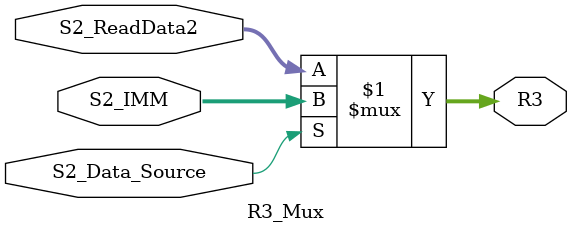
<source format=v>
`timescale 1ns / 1ps


module R3_Mux(
    input [31:0] S2_ReadData2,
    input [31:0] S2_IMM,
    input S2_Data_Source,
    output [31:0] R3
    );
    
    //if data soruce is 1 then immediate passed
    assign R3 = S2_Data_Source ? S2_IMM : S2_ReadData2;
    
endmodule

</source>
